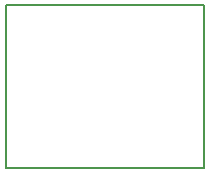
<source format=gm1>
G04 MADE WITH FRITZING*
G04 WWW.FRITZING.ORG*
G04 DOUBLE SIDED*
G04 HOLES PLATED*
G04 CONTOUR ON CENTER OF CONTOUR VECTOR*
%ASAXBY*%
%FSLAX23Y23*%
%MOIN*%
%OFA0B0*%
%SFA1.0B1.0*%
%ADD10R,0.668270X0.550770*%
%ADD11C,0.008000*%
%ADD10C,0.008*%
%LNCONTOUR*%
G90*
G70*
G54D10*
G54D11*
X4Y547D02*
X664Y547D01*
X664Y4D01*
X4Y4D01*
X4Y547D01*
D02*
G04 End of contour*
M02*
</source>
